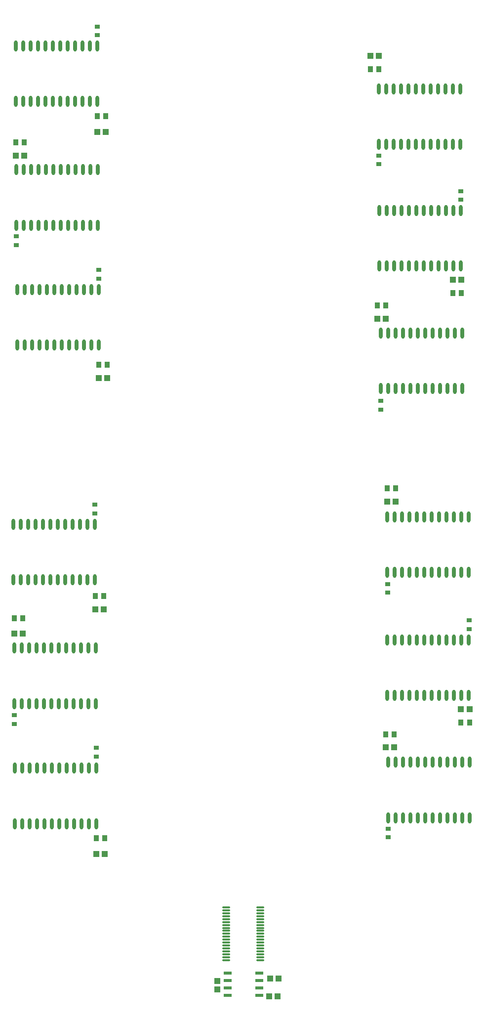
<source format=gtp>
G04 Layer_Color=8421504*
%FSLAX25Y25*%
%MOIN*%
G70*
G01*
G75*
%ADD10R,0.03740X0.04134*%
%ADD11R,0.03543X0.02756*%
%ADD12O,0.05512X0.01181*%
%ADD13R,0.03937X0.04331*%
%ADD14R,0.05709X0.02362*%
%ADD15O,0.02362X0.07480*%
%ADD16R,0.04331X0.03937*%
D10*
X657634Y1022689D02*
D03*
X663342D02*
D03*
X663146Y733500D02*
D03*
X668854D02*
D03*
X413634Y1132689D02*
D03*
X419342D02*
D03*
X412646Y812000D02*
D03*
X418354D02*
D03*
X719733Y741622D02*
D03*
X714024D02*
D03*
X714366Y1031311D02*
D03*
X708657D02*
D03*
X469488Y982689D02*
D03*
X475197D02*
D03*
X468000Y663500D02*
D03*
X473709D02*
D03*
X664122Y899378D02*
D03*
X669830D02*
D03*
X658512Y1182311D02*
D03*
X652803D02*
D03*
X468646Y1150500D02*
D03*
X474354D02*
D03*
X467146Y827000D02*
D03*
X472854D02*
D03*
D11*
X660000Y952594D02*
D03*
Y958500D02*
D03*
X414000Y1063500D02*
D03*
Y1069406D02*
D03*
X412500Y740547D02*
D03*
Y746453D02*
D03*
X719500Y810453D02*
D03*
Y804547D02*
D03*
X714000Y1100000D02*
D03*
Y1094094D02*
D03*
X469500Y1046906D02*
D03*
Y1041000D02*
D03*
X468000Y724406D02*
D03*
Y718500D02*
D03*
X664500Y829095D02*
D03*
Y835000D02*
D03*
X658500Y1118094D02*
D03*
Y1124000D02*
D03*
X468500Y1211000D02*
D03*
Y1205095D02*
D03*
X467000Y888406D02*
D03*
Y882500D02*
D03*
X665000Y664047D02*
D03*
Y669953D02*
D03*
D12*
X555500Y616780D02*
D03*
Y614811D02*
D03*
Y612843D02*
D03*
Y610874D02*
D03*
Y608906D02*
D03*
Y606937D02*
D03*
Y604969D02*
D03*
Y603000D02*
D03*
Y601032D02*
D03*
Y599063D02*
D03*
Y597095D02*
D03*
Y595126D02*
D03*
Y593158D02*
D03*
Y591189D02*
D03*
Y589221D02*
D03*
Y587252D02*
D03*
Y585284D02*
D03*
Y583315D02*
D03*
Y581346D02*
D03*
X578728Y616780D02*
D03*
Y614811D02*
D03*
Y612843D02*
D03*
Y610874D02*
D03*
Y608906D02*
D03*
Y606937D02*
D03*
Y604969D02*
D03*
Y603000D02*
D03*
Y601032D02*
D03*
Y599063D02*
D03*
Y597095D02*
D03*
Y595126D02*
D03*
Y593158D02*
D03*
Y591189D02*
D03*
Y589221D02*
D03*
Y587252D02*
D03*
Y585284D02*
D03*
Y583315D02*
D03*
Y581346D02*
D03*
D13*
X590854Y568700D02*
D03*
X585146D02*
D03*
X419342Y1123689D02*
D03*
X413634D02*
D03*
X418354Y801500D02*
D03*
X412646D02*
D03*
X714024Y750622D02*
D03*
X719733D02*
D03*
X708657Y1040311D02*
D03*
X714366D02*
D03*
X475197Y973689D02*
D03*
X469488D02*
D03*
X473685Y652878D02*
D03*
X467976D02*
D03*
X669830Y890378D02*
D03*
X664122D02*
D03*
X652803Y1191311D02*
D03*
X658512D02*
D03*
X474354Y1140000D02*
D03*
X468646D02*
D03*
X472854Y818000D02*
D03*
X467146D02*
D03*
X668854Y725000D02*
D03*
X663146D02*
D03*
X663342Y1013689D02*
D03*
X657634D02*
D03*
X590354Y556800D02*
D03*
X584646D02*
D03*
D14*
X578028Y557400D02*
D03*
Y562400D02*
D03*
Y567400D02*
D03*
Y572400D02*
D03*
X556572Y557400D02*
D03*
Y562400D02*
D03*
Y567400D02*
D03*
Y572400D02*
D03*
D15*
X413988Y1076988D02*
D03*
X418988D02*
D03*
X423988D02*
D03*
X428988D02*
D03*
X433988D02*
D03*
X438988D02*
D03*
X443988D02*
D03*
X448988D02*
D03*
X453988D02*
D03*
X458988D02*
D03*
X463988D02*
D03*
X468988D02*
D03*
X413988Y1114390D02*
D03*
X418988D02*
D03*
X423988D02*
D03*
X428988D02*
D03*
X433988D02*
D03*
X438988D02*
D03*
X443988D02*
D03*
X448988D02*
D03*
X453988D02*
D03*
X458988D02*
D03*
X463988D02*
D03*
X468988D02*
D03*
X412500Y754299D02*
D03*
X417500D02*
D03*
X422500D02*
D03*
X427500D02*
D03*
X432500D02*
D03*
X437500D02*
D03*
X442500D02*
D03*
X447500D02*
D03*
X452500D02*
D03*
X457500D02*
D03*
X462500D02*
D03*
X467500D02*
D03*
X412500Y791701D02*
D03*
X417500D02*
D03*
X422500D02*
D03*
X427500D02*
D03*
X432500D02*
D03*
X437500D02*
D03*
X442500D02*
D03*
X447500D02*
D03*
X452500D02*
D03*
X457500D02*
D03*
X462500D02*
D03*
X467500D02*
D03*
X719378Y797323D02*
D03*
X714378D02*
D03*
X709378D02*
D03*
X704378D02*
D03*
X699378D02*
D03*
X694378D02*
D03*
X689378D02*
D03*
X684378D02*
D03*
X679378D02*
D03*
X674378D02*
D03*
X669378D02*
D03*
X664378D02*
D03*
X719378Y759922D02*
D03*
X714378D02*
D03*
X709378D02*
D03*
X704378D02*
D03*
X699378D02*
D03*
X694378D02*
D03*
X689378D02*
D03*
X684378D02*
D03*
X679378D02*
D03*
X674378D02*
D03*
X669378D02*
D03*
X664378D02*
D03*
X714012Y1087012D02*
D03*
X709012D02*
D03*
X704012D02*
D03*
X699012D02*
D03*
X694012D02*
D03*
X689012D02*
D03*
X684012D02*
D03*
X679012D02*
D03*
X674012D02*
D03*
X669012D02*
D03*
X664012D02*
D03*
X659012D02*
D03*
X714012Y1049610D02*
D03*
X709012D02*
D03*
X704012D02*
D03*
X699012D02*
D03*
X694012D02*
D03*
X689012D02*
D03*
X684012D02*
D03*
X679012D02*
D03*
X674012D02*
D03*
X669012D02*
D03*
X664012D02*
D03*
X659012D02*
D03*
X469512Y1033512D02*
D03*
X464512D02*
D03*
X459512D02*
D03*
X454512D02*
D03*
X449512D02*
D03*
X444512D02*
D03*
X439512D02*
D03*
X434512D02*
D03*
X429512D02*
D03*
X424512D02*
D03*
X419512D02*
D03*
X414512D02*
D03*
X469512Y996110D02*
D03*
X464512D02*
D03*
X459512D02*
D03*
X454512D02*
D03*
X449512D02*
D03*
X444512D02*
D03*
X439512D02*
D03*
X434512D02*
D03*
X429512D02*
D03*
X424512D02*
D03*
X419512D02*
D03*
X414512D02*
D03*
X467876Y710726D02*
D03*
X462876D02*
D03*
X457876D02*
D03*
X452876D02*
D03*
X447876D02*
D03*
X442876D02*
D03*
X437876D02*
D03*
X432876D02*
D03*
X427876D02*
D03*
X422876D02*
D03*
X417876D02*
D03*
X412876D02*
D03*
X467876Y673324D02*
D03*
X462876D02*
D03*
X457876D02*
D03*
X452876D02*
D03*
X447876D02*
D03*
X442876D02*
D03*
X437876D02*
D03*
X432876D02*
D03*
X427876D02*
D03*
X422876D02*
D03*
X417876D02*
D03*
X412876D02*
D03*
X664354Y842799D02*
D03*
X669354D02*
D03*
X674354D02*
D03*
X679354D02*
D03*
X684354D02*
D03*
X689354D02*
D03*
X694354D02*
D03*
X699354D02*
D03*
X704354D02*
D03*
X709354D02*
D03*
X714354D02*
D03*
X719354D02*
D03*
X664354Y880201D02*
D03*
X669354D02*
D03*
X674354D02*
D03*
X679354D02*
D03*
X684354D02*
D03*
X689354D02*
D03*
X694354D02*
D03*
X699354D02*
D03*
X704354D02*
D03*
X709354D02*
D03*
X714354D02*
D03*
X719354D02*
D03*
X658488Y1131488D02*
D03*
X663488D02*
D03*
X668488D02*
D03*
X673488D02*
D03*
X678488D02*
D03*
X683488D02*
D03*
X688488D02*
D03*
X693488D02*
D03*
X698488D02*
D03*
X703488D02*
D03*
X708488D02*
D03*
X713488D02*
D03*
X658488Y1168890D02*
D03*
X663488D02*
D03*
X668488D02*
D03*
X673488D02*
D03*
X678488D02*
D03*
X683488D02*
D03*
X688488D02*
D03*
X693488D02*
D03*
X698488D02*
D03*
X703488D02*
D03*
X708488D02*
D03*
X713488D02*
D03*
X468512Y1197811D02*
D03*
X463512D02*
D03*
X458512D02*
D03*
X453512D02*
D03*
X448512D02*
D03*
X443512D02*
D03*
X438512D02*
D03*
X433512D02*
D03*
X428512D02*
D03*
X423512D02*
D03*
X418512D02*
D03*
X413512D02*
D03*
X468512Y1160410D02*
D03*
X463512D02*
D03*
X458512D02*
D03*
X453512D02*
D03*
X448512D02*
D03*
X443512D02*
D03*
X438512D02*
D03*
X433512D02*
D03*
X428512D02*
D03*
X423512D02*
D03*
X418512D02*
D03*
X413512D02*
D03*
X412000Y837799D02*
D03*
X417000D02*
D03*
X422000D02*
D03*
X427000D02*
D03*
X432000D02*
D03*
X437000D02*
D03*
X442000D02*
D03*
X447000D02*
D03*
X452000D02*
D03*
X457000D02*
D03*
X462000D02*
D03*
X467000D02*
D03*
X412000Y875201D02*
D03*
X417000D02*
D03*
X422000D02*
D03*
X427000D02*
D03*
X432000D02*
D03*
X437000D02*
D03*
X442000D02*
D03*
X447000D02*
D03*
X452000D02*
D03*
X457000D02*
D03*
X462000D02*
D03*
X467000D02*
D03*
X665000Y677299D02*
D03*
X670000D02*
D03*
X675000D02*
D03*
X680000D02*
D03*
X685000D02*
D03*
X690000D02*
D03*
X695000D02*
D03*
X700000D02*
D03*
X705000D02*
D03*
X710000D02*
D03*
X715000D02*
D03*
X720000D02*
D03*
X665000Y714701D02*
D03*
X670000D02*
D03*
X675000D02*
D03*
X680000D02*
D03*
X685000D02*
D03*
X690000D02*
D03*
X695000D02*
D03*
X700000D02*
D03*
X705000D02*
D03*
X710000D02*
D03*
X715000D02*
D03*
X720000D02*
D03*
X714988Y1004090D02*
D03*
X709988D02*
D03*
X704988D02*
D03*
X699988D02*
D03*
X694988D02*
D03*
X689988D02*
D03*
X684988D02*
D03*
X679988D02*
D03*
X674988D02*
D03*
X669988D02*
D03*
X664988D02*
D03*
X659988D02*
D03*
X714988Y966689D02*
D03*
X709988D02*
D03*
X704988D02*
D03*
X699988D02*
D03*
X694988D02*
D03*
X689988D02*
D03*
X684988D02*
D03*
X679988D02*
D03*
X674988D02*
D03*
X669988D02*
D03*
X664988D02*
D03*
X659988D02*
D03*
D16*
X549700Y561646D02*
D03*
Y567354D02*
D03*
M02*

</source>
